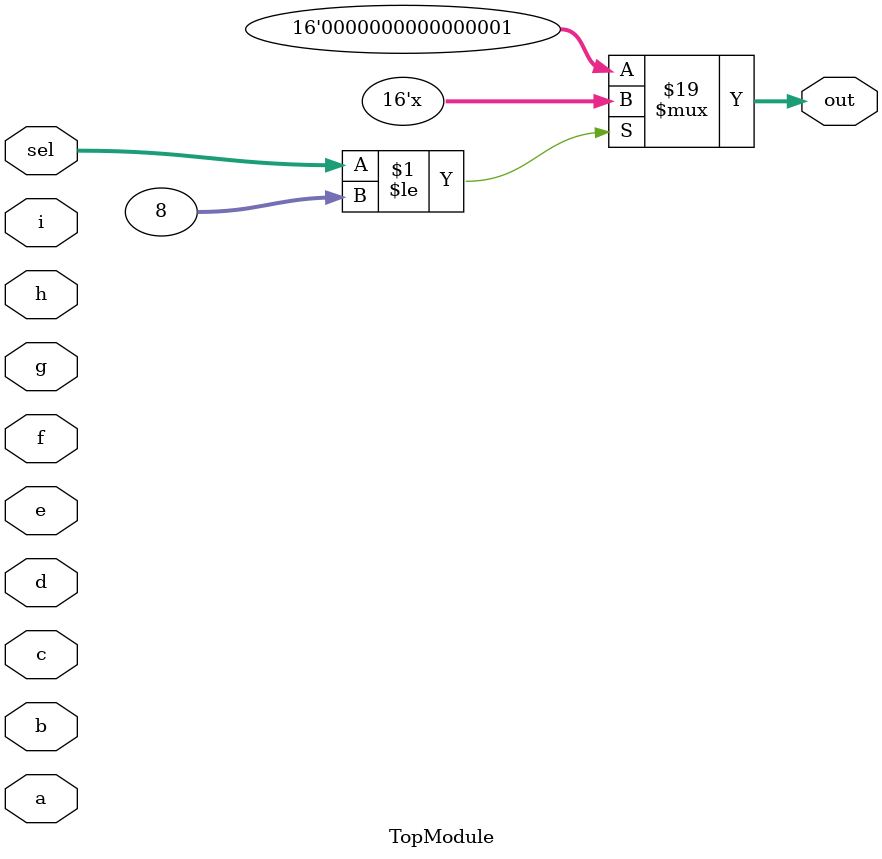
<source format=sv>

module TopModule (
  input [15:0] a,
  input [15:0] b,
  input [15:0] c,
  input [15:0] d,
  input [15:0] e,
  input [15:0] f,
  input [15:0] g,
  input [15:0] h,
  input [15:0] i,
  input [3:0] sel,
  output logic [15:0] out
);
assign out = sel <= 8 ? sel[0] * a + sel[1] * b + sel[2] * c + sel[3] * d + sel[4] * e + sel[5] * f + sel[6] * g + sel[7] * h + sel[8] * i : 16'b1;

always @(posedge clk) begin
    // Add clock enable or reset logic here if needed
end

endmodule

</source>
